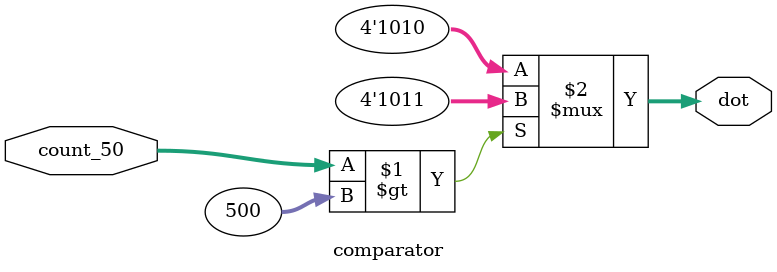
<source format=v>
`timescale 1ns / 1ps

module fndcontroller(
    input clk,
    input reset,
    input [13:0] fndData,
    output [3:0] fndComm,
    output [7:0] fndFont
    );

    wire w_tick;
    //wire [1:0] w_digit_sel;
    wire [2:0] w_digit_sel;
    wire [3:0] w_digit_1, w_digit_10, w_digit_100, w_digit_1000, w_digit, w_dot;
    wire[9:0] w_count_50;



    clk_div u_clk_div_1khz( //1kHz
    .clk(clk),
    .reset(reset),
    .tick(w_tick)
);
/*
    counter_2bit u_counter_2bit(
    .clk(clk),
    .reset(reset),
    .tick(w_tick),
    .count(w_digit_sel)
);*/

    counter_4bit u_counter_4bit(
    .clk(clk),
    .reset(reset),
    .tick(w_tick),
    .count(w_digit_sel)
);

    counter_50bit u_counter_50bit(
    .clk(clk),
    .reset(reset),
    .tick(w_tick),
    .count(w_count_50)
);

/*
    decoder_2x4 u_decoder_2x4(
    .x(w_digit_sel),
    .y(fndComm)
);
*/
    decoder_3x8 u_decoder_3x8(
    .x(w_digit_sel),
    .y(fndComm)
);


    digit_splitter u_digit_splitter(
    .fndData(fndData),
    .digit_1000(w_digit_1000),
    .digit_100(w_digit_100),
    .digit_10(w_digit_10),
    .digit_1(w_digit_1)
);

/*
    MUX_4X1 u_MUX_4X1(
    .sel(w_digit_sel),
    .x0(w_digit_1),
    .x1(w_digit_10),
    .x2(w_digit_100),
    .x3(w_digit_1000),
    .y(w_digit)
);*/

    comparator u_compartor(
    .count_50(w_count_50),
    .dot(w_dot)
);

    MUX_3X8 u_MUX_3X8(
    .sel(w_digit_sel),
    .x0(w_digit_1),
    .x1(w_digit_10),
    .x2(w_digit_100),
    .x3(w_digit_1000),
    .x4(4'ha),
    .x5(w_dot)/*(w_dot)*/,
    .x6(4'ha),
    .x7(4'ha),
    .y(w_digit)
);


    bcd2seg u_bcd2seg(
    .bcd(w_digit),
    .seg(fndFont)
);

endmodule

module clk_div( //1kHz  
    input clk,
    input reset,
    output reg tick
);

    reg [$clog2(100_000)-1:0] div_counter;

    always@(posedge clk, posedge reset)
        begin
            if(reset) begin
                div_counter <= 0;
                tick <= 1'b0;
            end else begin
                if(div_counter == 100_000 -1) begin
                    div_counter <= 0;
                    tick <= 1'b1;
                end else begin
                    div_counter <= div_counter + 1;
                    tick <= 1'b0;
                end
            end
        end
endmodule 


module counter_2bit(
    input clk,
    input reset,
    input tick,
    output reg [1:0] count
);
    always@(posedge clk, posedge reset) begin
        if(reset) begin
            count <= 0;
        end else begin
            if(tick) begin
                count <= count + 1;
            end
        end
    end
endmodule

module counter_4bit(
    input clk,
    input reset,
    input tick,
    output reg [2:0] count
);
    always@(posedge clk, posedge reset) begin
        if(reset) begin
            count <= 0;
        end else begin
            if(tick) begin
                count <= count + 1;
            end
        end
    end
endmodule

module counter_50bit(
    input clk,
    input reset,
    input tick,
    output reg [9:0] count
);
    always@(posedge clk, posedge reset) begin
        if(reset) begin
            count <= 0;
        end else begin
            if(tick) begin
                if(count == 999) begin
                    count <= 0;
                end else begin
                    count <= count + 1;
                end
            end
        end
    end
endmodule


module decoder_2x4(
    input [1:0] x,
    output reg [3:0] y
);
    always@(*) begin
        case(x)
            2'b00 : y = 4'b1110;
            2'b01 : y = 4'b1101;
            2'b10 : y = 4'b1011;
            2'b11 : y = 4'b0111;
            default y = 4'hf;
        endcase
    end
endmodule

module decoder_3x8(
    input [2:0] x,
    output reg [3:0] y
);
    always@(*) begin
        case(x)
            3'b000 : y = 4'b1110;
            3'b001 : y = 4'b1101;
            3'b010 : y = 4'b1011;
            3'b011 : y = 4'b0111;
            3'b100 : y = 4'b1110;
            3'b101 : y = 4'b1101;
            3'b110 : y = 4'b1011;
            3'b111 : y = 4'b0111;
            default y = 4'hf;
        endcase
    end
endmodule

module digit_splitter(
    input [13:0] fndData,
    output [3:0] digit_1000,
    output [3:0] digit_100,
    output [3:0] digit_10,
    output [3:0] digit_1
);
    assign digit_1 = fndData % 10;
    assign digit_10 = fndData / 10 % 10;
    assign digit_100 = fndData / 100 % 10;
    assign digit_1000 = fndData / 1000 % 10;
endmodule

module MUX_4X1(
    input [1:0] sel,
    input [3:0] x0,
    input [3:0] x1,
    input [3:0] x2,
    input [3:0] x3,
    output reg [3:0] y
);
    always@(*)begin
        case(sel)
            2'b00 : y = x0;
            2'b01 : y = x1;
            2'b10 : y = x2;
            2'b11 : y = x3;
            default : y= 0;
        endcase
    end
endmodule

module MUX_3X8(
    input [2:0] sel,
    input [3:0] x0,
    input [3:0] x1,
    input [3:0] x2,
    input [3:0] x3,
    input [3:0] x4,
    input [3:0] x5,
    input [3:0] x6,
    input [3:0] x7,
    output reg [3:0] y
);
    always@(*)begin
        case(sel)
            3'b000 : y = x0;
            3'b001 : y = x1;
            3'b010 : y = x2;
            3'b011 : y = x3;
            3'b100 : y = x4;
            3'b101 : y = x5;
            3'b110 : y = x6;
            3'b111 : y = x7;
            default : y= 0;
        endcase
    end
endmodule


module bcd2seg (
    input [3:0] bcd,
    output reg [7:0] seg
);
    always @(*) begin // 항상 대상이벤트를 감시
            case(bcd) //case문 안에서 assign문 사용안함
                4'h0: seg = 8'hc0; //8비트의 헥사c0값
                4'h1: seg = 8'hF9;
                4'h2: seg = 8'hA4;
                4'h3: seg = 8'hB0;
                4'h4: seg = 8'h99;
                4'h5: seg = 8'h92;
                4'h6: seg = 8'h82;
                4'h7: seg = 8'hf8;
                4'h8: seg = 8'h80;
                4'h9: seg = 8'h90;
                4'ha: seg = 8'hff;
                4'hb: seg = 8'h7f;
                default: seg = 8'hff;
            endcase
        end
endmodule

module comparator(
    input [9:0] count_50,
    output [3:0] dot
);
    assign dot = (count_50 > 500) ? 4'hb : 4'ha;
endmodule
</source>
